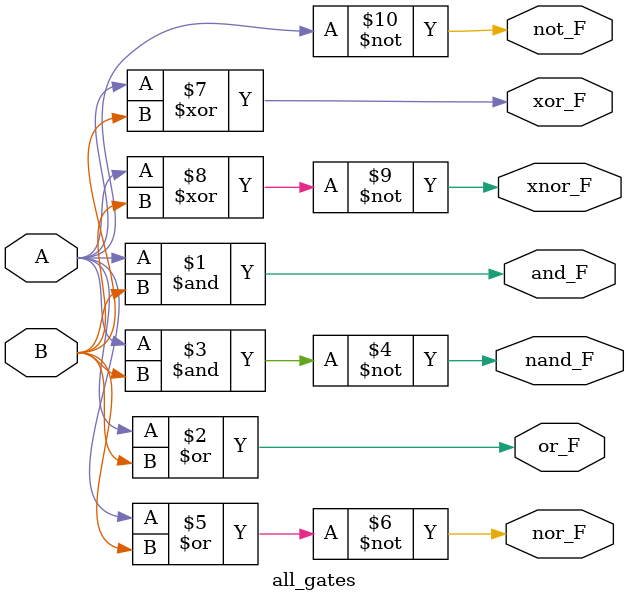
<source format=v>
module all_gates(A, B, not_F, and_F, or_F, nand_F, nor_F, xor_F, xnor_F);
	input A, B;
	output not_F, and_F, or_F, nand_F, nor_F, xor_F, xnor_F;
	
	not(not_F, A);
	and(and_F, A, B);
	or(or_F, A, B);
	nand(nand_F, A, B);
	nor(nor_F, A, B);
	xor(xor_F, A, B);
	xnor(xnor_F, A, B);
endmodule
</source>
